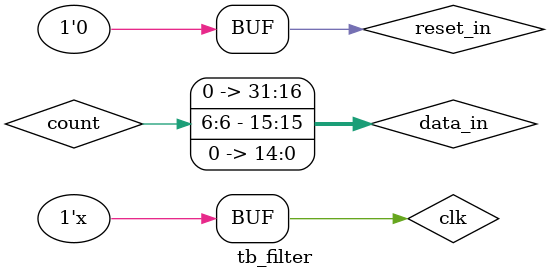
<source format=v>
`timescale 1ps/1ps


module tb_filter ();

reg reset_in = 1'b1;
reg clk = 1'b0;
reg [31:0] count = 32'd0;
wire [31 :0] data_in;
wire [31:0] data_out;

filter #(.WIDTH(32), .SIZE(5)) U_filter (
    .reset_in(reset_in),
    .clk(clk),
    .data_in(data_in),
    .data_out(data_out)

);


    initial begin
    #1000 reset_in <= 1'b0;

    end

    always 
    #6.400 clk <= ~clk; 


    always @(posedge clk) begin
        if (reset_in)
            count = 32'd0;
        else
            count <= count +1;

    end

    assign data_in = {16'd0, count[6], 15'd0};
        



endmodule


</source>
